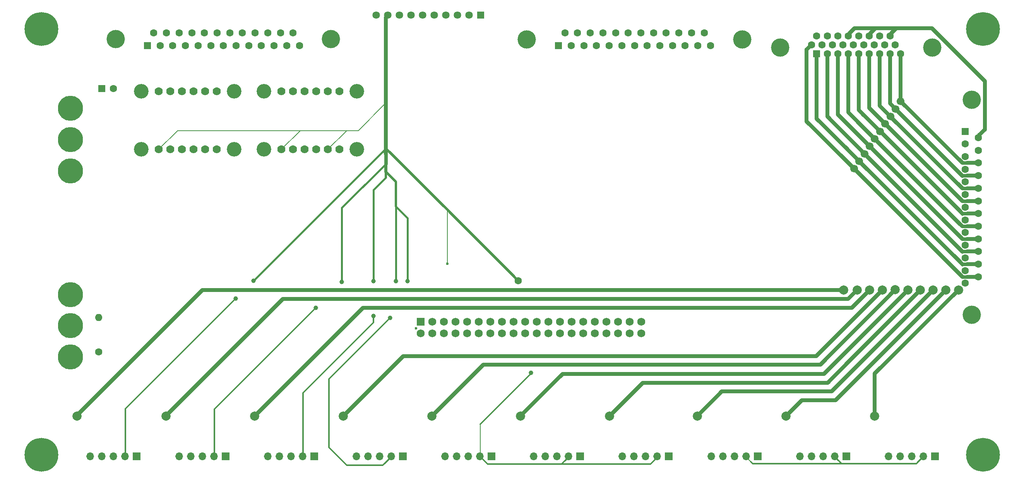
<source format=gbr>
%TF.GenerationSoftware,KiCad,Pcbnew,8.0.7*%
%TF.CreationDate,2025-03-15T22:48:53-07:00*%
%TF.ProjectId,launchController_noTemp,6c61756e-6368-4436-9f6e-74726f6c6c65,rev?*%
%TF.SameCoordinates,Original*%
%TF.FileFunction,Copper,L4,Bot*%
%TF.FilePolarity,Positive*%
%FSLAX46Y46*%
G04 Gerber Fmt 4.6, Leading zero omitted, Abs format (unit mm)*
G04 Created by KiCad (PCBNEW 8.0.7) date 2025-03-15 22:48:53*
%MOMM*%
%LPD*%
G01*
G04 APERTURE LIST*
%TA.AperFunction,ComponentPad*%
%ADD10R,1.700000X1.700000*%
%TD*%
%TA.AperFunction,ComponentPad*%
%ADD11O,1.700000X1.700000*%
%TD*%
%TA.AperFunction,ComponentPad*%
%ADD12C,5.500000*%
%TD*%
%TA.AperFunction,ComponentPad*%
%ADD13C,1.600000*%
%TD*%
%TA.AperFunction,ComponentPad*%
%ADD14O,1.600000X1.600000*%
%TD*%
%TA.AperFunction,ComponentPad*%
%ADD15C,7.400000*%
%TD*%
%TA.AperFunction,ComponentPad*%
%ADD16C,4.000000*%
%TD*%
%TA.AperFunction,ComponentPad*%
%ADD17R,1.600000X1.600000*%
%TD*%
%TA.AperFunction,ComponentPad*%
%ADD18R,1.635000X1.635000*%
%TD*%
%TA.AperFunction,ComponentPad*%
%ADD19C,1.635000*%
%TD*%
%TA.AperFunction,ComponentPad*%
%ADD20C,1.778000*%
%TD*%
%TA.AperFunction,ComponentPad*%
%ADD21C,3.200000*%
%TD*%
%TA.AperFunction,ComponentPad*%
%ADD22R,1.750000X1.750000*%
%TD*%
%TA.AperFunction,ComponentPad*%
%ADD23C,1.750000*%
%TD*%
%TA.AperFunction,ViaPad*%
%ADD24C,0.600000*%
%TD*%
%TA.AperFunction,ViaPad*%
%ADD25C,1.000000*%
%TD*%
%TA.AperFunction,ViaPad*%
%ADD26C,1.600000*%
%TD*%
%TA.AperFunction,ViaPad*%
%ADD27C,2.000000*%
%TD*%
%TA.AperFunction,ViaPad*%
%ADD28C,1.700000*%
%TD*%
%TA.AperFunction,Conductor*%
%ADD29C,0.800000*%
%TD*%
%TA.AperFunction,Conductor*%
%ADD30C,0.300000*%
%TD*%
%TA.AperFunction,Conductor*%
%ADD31C,0.850000*%
%TD*%
%TA.AperFunction,Conductor*%
%ADD32C,0.400000*%
%TD*%
%TA.AperFunction,Conductor*%
%ADD33C,0.500000*%
%TD*%
%TA.AperFunction,Conductor*%
%ADD34C,0.200000*%
%TD*%
%TA.AperFunction,Conductor*%
%ADD35C,0.600000*%
%TD*%
%TA.AperFunction,Conductor*%
%ADD36C,0.700000*%
%TD*%
%TA.AperFunction,Conductor*%
%ADD37C,0.760000*%
%TD*%
G04 APERTURE END LIST*
D10*
%TO.P,J2,1,Pin_1*%
%TO.N,/+24V_switched*%
X143281753Y-182500000D03*
D11*
%TO.P,J2,2,Pin_2*%
%TO.N,/+5V*%
X140741753Y-182500000D03*
%TO.P,J2,3,Pin_3*%
%TO.N,/GPIO 17*%
X138201753Y-182500000D03*
%TO.P,J2,4,Pin_4*%
%TO.N,GND*%
X135661753Y-182500000D03*
%TO.P,J2,5,Pin_5*%
%TO.N,/RelayOut2*%
X133121753Y-182500000D03*
%TD*%
D10*
%TO.P,J8,1,Pin_1*%
%TO.N,/+24V_switched*%
X259692271Y-182500000D03*
D11*
%TO.P,J8,2,Pin_2*%
%TO.N,/+5V*%
X257152271Y-182500000D03*
%TO.P,J8,3,Pin_3*%
%TO.N,/GPIO 5*%
X254612271Y-182500000D03*
%TO.P,J8,4,Pin_4*%
%TO.N,GND*%
X252072271Y-182500000D03*
%TO.P,J8,5,Pin_5*%
%TO.N,/RelayOut8*%
X249532271Y-182500000D03*
%TD*%
D12*
%TO.P,POWER1,1,Pin_1*%
%TO.N,/+24V*%
X109365000Y-106260000D03*
%TO.P,POWER1,2,Pin_2*%
%TO.N,GND*%
X109365000Y-113110000D03*
%TO.P,POWER1,3,Pin_3*%
X109365000Y-119960000D03*
%TD*%
D13*
%TO.P,C15,1*%
%TO.N,/+24V_switched*%
X115540000Y-159610000D03*
D14*
%TO.P,C15,2*%
%TO.N,GND*%
X115540000Y-152110000D03*
%TD*%
D10*
%TO.P,J6,1,Pin_1*%
%TO.N,/+24V_switched*%
X220888765Y-182500000D03*
D11*
%TO.P,J6,2,Pin_2*%
%TO.N,/+5V*%
X218348765Y-182500000D03*
%TO.P,J6,3,Pin_3*%
%TO.N,/GPIO 9*%
X215808765Y-182500000D03*
%TO.P,J6,4,Pin_4*%
%TO.N,GND*%
X213268765Y-182500000D03*
%TO.P,J6,5,Pin_5*%
%TO.N,/RelayOut6*%
X210728765Y-182500000D03*
%TD*%
D15*
%TO.P,H1,1,1*%
%TO.N,GND*%
X308990000Y-88910000D03*
%TD*%
D12*
%TO.P,RELAY_ARM1,1,Pin_1*%
%TO.N,/+24V*%
X109365000Y-147060000D03*
%TO.P,RELAY_ARM1,2,Pin_2*%
%TO.N,GND*%
X109365000Y-153910000D03*
%TO.P,RELAY_ARM1,3,Pin_3*%
%TO.N,/+24V_switched*%
X109365000Y-160760000D03*
%TD*%
D16*
%TO.P,J13,0*%
%TO.N,N/C*%
X297915000Y-92960000D03*
X264615000Y-92960000D03*
D17*
%TO.P,J13,1,Pin_1*%
%TO.N,/guarded_RelayOut9*%
X272640000Y-94380000D03*
D13*
%TO.P,J13,2,Pin_2*%
%TO.N,/guarded_RelayOut8*%
X274930000Y-94380000D03*
%TO.P,J13,3,Pin_3*%
%TO.N,/guarded_RelayOut7*%
X277220000Y-94380000D03*
%TO.P,J13,4,Pin_4*%
%TO.N,/guarded_RelayOut6*%
X279510000Y-94380000D03*
%TO.P,J13,5,Pin_5*%
%TO.N,/guarded_RelayOut5*%
X281800000Y-94380000D03*
%TO.P,J13,6,Pin_6*%
%TO.N,/guarded_RelayOut4*%
X284090000Y-94380000D03*
%TO.P,J13,7,Pin_7*%
%TO.N,/guarded_RelayOut3*%
X286380000Y-94380000D03*
%TO.P,J13,8,Pin_8*%
%TO.N,/guarded_RelayOut2*%
X288670000Y-94380000D03*
%TO.P,J13,9,Pin_9*%
%TO.N,/guarded_RelayOut1*%
X290960000Y-94380000D03*
%TO.P,J13,10,Pin_10*%
%TO.N,/guarded_RelayOut10*%
X271495000Y-92400000D03*
%TO.P,J13,11,Pin_11*%
%TO.N,GND*%
X273785000Y-92400000D03*
%TO.P,J13,12,Pin_12*%
X276075000Y-92400000D03*
%TO.P,J13,13,Pin_13*%
X278365000Y-92400000D03*
%TO.P,J13,14,Pin_14*%
X280655000Y-92400000D03*
%TO.P,J13,15,Pin_15*%
X282945000Y-92400000D03*
%TO.P,J13,16,Pin_16*%
X285235000Y-92400000D03*
%TO.P,J13,17,Pin_17*%
X287525000Y-92400000D03*
%TO.P,J13,18,Pin_18*%
X289815000Y-92400000D03*
%TO.P,J13,19,Pin_19*%
X272640000Y-90420000D03*
%TO.P,J13,20,Pin_20*%
X274930000Y-90420000D03*
%TO.P,J13,21,Pin_21*%
%TO.N,/PressureSwitch_in3*%
X277220000Y-90420000D03*
%TO.P,J13,22,Pin_22*%
%TO.N,/+24V_guarded*%
X279510000Y-90420000D03*
%TO.P,J13,23,Pin_23*%
%TO.N,/PressureSwitch_in2*%
X281800000Y-90420000D03*
%TO.P,J13,24,Pin_24*%
%TO.N,/+24V_guarded*%
X284090000Y-90420000D03*
%TO.P,J13,25,Pin_25*%
%TO.N,/PressureSwitch_in1*%
X286380000Y-90420000D03*
%TO.P,J13,26,Pin_26*%
%TO.N,/+24V_guarded*%
X288670000Y-90420000D03*
%TD*%
D10*
%TO.P,J5,1,Pin_1*%
%TO.N,/+24V_switched*%
X201487012Y-182500000D03*
D11*
%TO.P,J5,2,Pin_2*%
%TO.N,/+5V*%
X198947012Y-182500000D03*
%TO.P,J5,3,Pin_3*%
%TO.N,/GPIO 10*%
X196407012Y-182500000D03*
%TO.P,J5,4,Pin_4*%
%TO.N,GND*%
X193867012Y-182500000D03*
%TO.P,J5,5,Pin_5*%
%TO.N,/RelayOut5*%
X191327012Y-182500000D03*
%TD*%
D16*
%TO.P,J17,0*%
%TO.N,N/C*%
X166385000Y-91170331D03*
X119285000Y-91170331D03*
D17*
%TO.P,J17,1,1*%
%TO.N,GND*%
X126215000Y-92590331D03*
D13*
%TO.P,J17,2,2*%
%TO.N,/A8*%
X128985000Y-92590331D03*
%TO.P,J17,3,3*%
%TO.N,GND*%
X131755000Y-92590331D03*
%TO.P,J17,4,4*%
%TO.N,/A7*%
X134525000Y-92590331D03*
%TO.P,J17,5,5*%
%TO.N,/A6*%
X137295000Y-92590331D03*
%TO.P,J17,6,6*%
%TO.N,GND*%
X140065000Y-92590331D03*
%TO.P,J17,7,7*%
%TO.N,/A5*%
X142835000Y-92590331D03*
%TO.P,J17,8,8*%
%TO.N,/A4*%
X145605000Y-92590331D03*
%TO.P,J17,9,9*%
%TO.N,GND*%
X148375000Y-92590331D03*
%TO.P,J17,10,10*%
%TO.N,/A3*%
X151145000Y-92590331D03*
%TO.P,J17,11,11*%
%TO.N,/A2*%
X153915000Y-92590331D03*
%TO.P,J17,12,12*%
%TO.N,GND*%
X156685000Y-92590331D03*
%TO.P,J17,13,13*%
%TO.N,/A1*%
X159455000Y-92590331D03*
%TO.P,J17,14,P14*%
%TO.N,GND*%
X127600000Y-89750331D03*
%TO.P,J17,15,P15*%
%TO.N,/+5V*%
X130370000Y-89750331D03*
%TO.P,J17,16,P16*%
X133140000Y-89750331D03*
%TO.P,J17,17,P17*%
%TO.N,GND*%
X135910000Y-89750331D03*
%TO.P,J17,18,P18*%
%TO.N,/+5V*%
X138680000Y-89750331D03*
%TO.P,J17,19,P19*%
X141450000Y-89750331D03*
%TO.P,J17,20,P20*%
%TO.N,GND*%
X144220000Y-89750331D03*
%TO.P,J17,21,P21*%
%TO.N,/+5V*%
X146990000Y-89750331D03*
%TO.P,J17,22,P22*%
X149760000Y-89750331D03*
%TO.P,J17,23,P23*%
%TO.N,GND*%
X152530000Y-89750331D03*
%TO.P,J17,24,P24*%
%TO.N,/+5V*%
X155300000Y-89750331D03*
%TO.P,J17,25,P25*%
X158070000Y-89750331D03*
%TD*%
D18*
%TO.P,J12,1,Pin_1*%
%TO.N,GND*%
X199110000Y-85920000D03*
D19*
%TO.P,J12,2,Pin_2*%
X196570000Y-85920000D03*
%TO.P,J12,3,Pin_3*%
X194030000Y-85920000D03*
%TO.P,J12,4,Pin_4*%
X191490000Y-85920000D03*
%TO.P,J12,5,Pin_5*%
X188950000Y-85920000D03*
%TO.P,J12,6,Pin_6*%
X186410000Y-85920000D03*
%TO.P,J12,7,Pin_7*%
X183870000Y-85920000D03*
%TO.P,J12,8,Pin_8*%
X181330000Y-85920000D03*
%TO.P,J12,9,Pin_9*%
%TO.N,/+5V*%
X178790000Y-85920000D03*
%TO.P,J12,10,Pin_10*%
%TO.N,/+24V*%
X176250000Y-85920000D03*
%TD*%
D17*
%TO.P,C1,1*%
%TO.N,/+24V*%
X116257621Y-101960000D03*
D13*
%TO.P,C1,2*%
%TO.N,GND*%
X118757621Y-101960000D03*
%TD*%
D20*
%TO.P,U2,1,Vin*%
%TO.N,/+5V*%
X128693000Y-115247000D03*
%TO.P,U2,2,GND*%
%TO.N,GND*%
X131233000Y-115247000D03*
%TO.P,U2,3,SCL*%
%TO.N,/SCLB*%
X133773000Y-115247000D03*
%TO.P,U2,4,SDA*%
%TO.N,/SDAB*%
X136313000Y-115247000D03*
%TO.P,U2,5,ADDR*%
%TO.N,GND*%
X138853000Y-115247000D03*
%TO.P,U2,6,ALERT/RDY*%
%TO.N,unconnected-(U2-ALERT{slash}RDY-Pad6)*%
X141393000Y-115247000D03*
%TO.P,U2,7,A+*%
%TO.N,unconnected-(U2-A+-Pad7)*%
X128693000Y-102547000D03*
%TO.P,U2,8,AIN3*%
%TO.N,/A8*%
X131233000Y-102547000D03*
%TO.P,U2,9,AIN2*%
%TO.N,/A7*%
X133773000Y-102547000D03*
%TO.P,U2,10,AIN1*%
%TO.N,/A6*%
X136313000Y-102547000D03*
%TO.P,U2,11,AIN0*%
%TO.N,/A5*%
X138853000Y-102547000D03*
%TO.P,U2,12,A-*%
%TO.N,unconnected-(U2-A--Pad12)*%
X141393000Y-102547000D03*
D21*
%TO.P,U2,P$1*%
%TO.N,N/C*%
X124883000Y-102547000D03*
X124883000Y-115247000D03*
X145203000Y-102547000D03*
X145203000Y-115247000D03*
%TD*%
D15*
%TO.P,H4,1,1*%
%TO.N,GND*%
X102990000Y-182110000D03*
%TD*%
%TO.P,H3,1,1*%
%TO.N,GND*%
X102990000Y-88910000D03*
%TD*%
D10*
%TO.P,J9,1,Pin_1*%
%TO.N,/+24V_switched*%
X279094024Y-182500000D03*
D11*
%TO.P,J9,2,Pin_2*%
%TO.N,/+5V*%
X276554024Y-182500000D03*
%TO.P,J9,3,Pin_3*%
%TO.N,/GPIO 6*%
X274014024Y-182500000D03*
%TO.P,J9,4,Pin_4*%
%TO.N,GND*%
X271474024Y-182500000D03*
%TO.P,J9,5,Pin_5*%
%TO.N,/RelayOut9*%
X268934024Y-182500000D03*
%TD*%
D16*
%TO.P,J16,0*%
%TO.N,N/C*%
X256325000Y-91180000D03*
X209225000Y-91180000D03*
D17*
%TO.P,J16,1,1*%
%TO.N,GND*%
X216155000Y-92600000D03*
D13*
%TO.P,J16,2,2*%
X218925000Y-92600000D03*
%TO.P,J16,3,3*%
X221695000Y-92600000D03*
%TO.P,J16,4,4*%
%TO.N,Net-(J16-Pad4)*%
X224465000Y-92600000D03*
%TO.P,J16,5,5*%
%TO.N,Net-(J16-Pad5)*%
X227235000Y-92600000D03*
%TO.P,J16,6,6*%
%TO.N,Net-(J16-Pad6)*%
X230005000Y-92600000D03*
%TO.P,J16,7,7*%
%TO.N,Net-(J16-Pad7)*%
X232775000Y-92600000D03*
%TO.P,J16,8,8*%
%TO.N,Net-(J16-Pad8)*%
X235545000Y-92600000D03*
%TO.P,J16,9,9*%
%TO.N,Net-(J16-Pad9)*%
X238315000Y-92600000D03*
%TO.P,J16,10,10*%
%TO.N,Net-(J16-Pad10)*%
X241085000Y-92600000D03*
%TO.P,J16,11,11*%
%TO.N,Net-(J16-Pad11)*%
X243855000Y-92600000D03*
%TO.P,J16,12,12*%
%TO.N,Net-(J16-Pad12)*%
X246625000Y-92600000D03*
%TO.P,J16,13,13*%
%TO.N,Net-(J16-Pad13)*%
X249395000Y-92600000D03*
%TO.P,J16,14,P14*%
%TO.N,GND*%
X217540000Y-89760000D03*
%TO.P,J16,15,P15*%
X220310000Y-89760000D03*
%TO.P,J16,16,P16*%
X223080000Y-89760000D03*
%TO.P,J16,17,P17*%
X225850000Y-89760000D03*
%TO.P,J16,18,P18*%
X228620000Y-89760000D03*
%TO.P,J16,19,P19*%
X231390000Y-89760000D03*
%TO.P,J16,20,P20*%
X234160000Y-89760000D03*
%TO.P,J16,21,P21*%
X236930000Y-89760000D03*
%TO.P,J16,22,P22*%
X239700000Y-89760000D03*
%TO.P,J16,23,P23*%
X242470000Y-89760000D03*
%TO.P,J16,24,P24*%
X245240000Y-89760000D03*
%TO.P,J16,25,P25*%
X248010000Y-89760000D03*
%TD*%
D20*
%TO.P,U1,1,Vin*%
%TO.N,/+5V*%
X155540000Y-115260000D03*
%TO.P,U1,2,GND*%
%TO.N,GND*%
X158080000Y-115260000D03*
%TO.P,U1,3,SCL*%
%TO.N,/SCLB*%
X160620000Y-115260000D03*
%TO.P,U1,4,SDA*%
%TO.N,/SDAB*%
X163160000Y-115260000D03*
%TO.P,U1,5,ADDR*%
%TO.N,/+5V*%
X165700000Y-115260000D03*
%TO.P,U1,6,ALERT/RDY*%
%TO.N,unconnected-(U1-ALERT{slash}RDY-Pad6)*%
X168240000Y-115260000D03*
%TO.P,U1,7,A+*%
%TO.N,unconnected-(U1-A+-Pad7)*%
X155540000Y-102560000D03*
%TO.P,U1,8,AIN3*%
%TO.N,/A4*%
X158080000Y-102560000D03*
%TO.P,U1,9,AIN2*%
%TO.N,/A3*%
X160620000Y-102560000D03*
%TO.P,U1,10,AIN1*%
%TO.N,/A2*%
X163160000Y-102560000D03*
%TO.P,U1,11,AIN0*%
%TO.N,/A1*%
X165700000Y-102560000D03*
%TO.P,U1,12,A-*%
%TO.N,unconnected-(U1-A--Pad12)*%
X168240000Y-102560000D03*
D21*
%TO.P,U1,P$1*%
%TO.N,N/C*%
X151730000Y-102560000D03*
X151730000Y-115260000D03*
X172050000Y-102560000D03*
X172050000Y-115260000D03*
%TD*%
D10*
%TO.P,J1,1,Pin_1*%
%TO.N,/+24V_switched*%
X123880000Y-182500000D03*
D11*
%TO.P,J1,2,Pin_2*%
%TO.N,/+5V*%
X121340000Y-182500000D03*
%TO.P,J1,3,Pin_3*%
%TO.N,/GPIO 4*%
X118800000Y-182500000D03*
%TO.P,J1,4,Pin_4*%
%TO.N,GND*%
X116260000Y-182500000D03*
%TO.P,J1,5,Pin_5*%
%TO.N,/RelayOut1*%
X113720000Y-182500000D03*
%TD*%
D10*
%TO.P,J10,1,Pin_1*%
%TO.N,/+24V_switched*%
X298495777Y-182500000D03*
D11*
%TO.P,J10,2,Pin_2*%
%TO.N,/+5V*%
X295955777Y-182500000D03*
%TO.P,J10,3,Pin_3*%
%TO.N,/GPIO 13*%
X293415777Y-182500000D03*
%TO.P,J10,4,Pin_4*%
%TO.N,GND*%
X290875777Y-182500000D03*
%TO.P,J10,5,Pin_5*%
%TO.N,/RelayOut10*%
X288335777Y-182500000D03*
%TD*%
D15*
%TO.P,H2,1,1*%
%TO.N,GND*%
X308990000Y-182110000D03*
%TD*%
D16*
%TO.P,J14,0*%
%TO.N,N/C*%
X306529669Y-151505000D03*
X306529669Y-104405000D03*
D17*
%TO.P,J14,1,1*%
%TO.N,GND*%
X305109669Y-111335000D03*
D13*
%TO.P,J14,2,2*%
%TO.N,/PressureSwitch_in1*%
X305109669Y-114105000D03*
%TO.P,J14,3,3*%
%TO.N,/PressureSwitch_in2*%
X305109669Y-116875000D03*
%TO.P,J14,4,4*%
%TO.N,/RelayOut1*%
X305109669Y-119645000D03*
%TO.P,J14,5,5*%
%TO.N,/RelayOut2*%
X305109669Y-122415000D03*
%TO.P,J14,6,6*%
%TO.N,/RelayOut3*%
X305109669Y-125185000D03*
%TO.P,J14,7,7*%
%TO.N,/RelayOut4*%
X305109669Y-127955000D03*
%TO.P,J14,8,8*%
%TO.N,/RelayOut5*%
X305109669Y-130725000D03*
%TO.P,J14,9,9*%
%TO.N,/RelayOut6*%
X305109669Y-133495000D03*
%TO.P,J14,10,10*%
%TO.N,/RelayOut7*%
X305109669Y-136265000D03*
%TO.P,J14,11,11*%
%TO.N,/RelayOut8*%
X305109669Y-139035000D03*
%TO.P,J14,12,12*%
%TO.N,/RelayOut9*%
X305109669Y-141805000D03*
%TO.P,J14,13,13*%
%TO.N,/RelayOut10*%
X305109669Y-144575000D03*
%TO.P,J14,14,P14*%
%TO.N,/+24V_guarded*%
X307949669Y-112720000D03*
%TO.P,J14,15,P15*%
%TO.N,/PressureSwitch_in3*%
X307949669Y-115490000D03*
%TO.P,J14,16,P16*%
%TO.N,/guarded_RelayOut1*%
X307949669Y-118260000D03*
%TO.P,J14,17,P17*%
%TO.N,/guarded_RelayOut2*%
X307949669Y-121030000D03*
%TO.P,J14,18,P18*%
%TO.N,/guarded_RelayOut3*%
X307949669Y-123800000D03*
%TO.P,J14,19,P19*%
%TO.N,/guarded_RelayOut4*%
X307949669Y-126570000D03*
%TO.P,J14,20,P20*%
%TO.N,/guarded_RelayOut5*%
X307949669Y-129340000D03*
%TO.P,J14,21,P21*%
%TO.N,/guarded_RelayOut6*%
X307949669Y-132110000D03*
%TO.P,J14,22,P22*%
%TO.N,/guarded_RelayOut7*%
X307949669Y-134880000D03*
%TO.P,J14,23,P23*%
%TO.N,/guarded_RelayOut8*%
X307949669Y-137650000D03*
%TO.P,J14,24,P24*%
%TO.N,/guarded_RelayOut9*%
X307949669Y-140420000D03*
%TO.P,J14,25,P25*%
%TO.N,/guarded_RelayOut10*%
X307949669Y-143190000D03*
%TD*%
D10*
%TO.P,J4,1,Pin_1*%
%TO.N,/+24V_switched*%
X182085259Y-182500000D03*
D11*
%TO.P,J4,2,Pin_2*%
%TO.N,/+5V*%
X179545259Y-182500000D03*
%TO.P,J4,3,Pin_3*%
%TO.N,/GPIO 22*%
X177005259Y-182500000D03*
%TO.P,J4,4,Pin_4*%
%TO.N,GND*%
X174465259Y-182500000D03*
%TO.P,J4,5,Pin_5*%
%TO.N,/RelayOut4*%
X171925259Y-182500000D03*
%TD*%
D10*
%TO.P,J7,1,Pin_1*%
%TO.N,/+24V_switched*%
X240290518Y-182500000D03*
D11*
%TO.P,J7,2,Pin_2*%
%TO.N,/+5V*%
X237750518Y-182500000D03*
%TO.P,J7,3,Pin_3*%
%TO.N,/GPIO 11*%
X235210518Y-182500000D03*
%TO.P,J7,4,Pin_4*%
%TO.N,GND*%
X232670518Y-182500000D03*
%TO.P,J7,5,Pin_5*%
%TO.N,/RelayOut7*%
X230130518Y-182500000D03*
%TD*%
D22*
%TO.P,J11,1,3V3*%
%TO.N,/+3.3V*%
X186010000Y-152990000D03*
D23*
%TO.P,J11,2,5V*%
%TO.N,/+5V*%
X186010000Y-155530000D03*
%TO.P,J11,3,SDA_I2C1/GPIO02*%
%TO.N,/SDAA*%
X188550000Y-152990000D03*
%TO.P,J11,4,5V*%
%TO.N,/+5V*%
X188550000Y-155530000D03*
%TO.P,J11,5,SCL_I2C1/GPIO03*%
%TO.N,/SCLA*%
X191090000Y-152990000D03*
%TO.P,J11,6,GND*%
%TO.N,GND*%
X191090000Y-155530000D03*
%TO.P,J11,7,GPCLK0/GPIO04*%
%TO.N,/GPIO 4*%
X193630000Y-152990000D03*
%TO.P,J11,8,GPIO14/UART_TXD*%
%TO.N,unconnected-(J11-GPIO14{slash}UART_TXD-Pad8)*%
X193630000Y-155530000D03*
%TO.P,J11,9,GND*%
%TO.N,GND*%
X196170000Y-152990000D03*
%TO.P,J11,10,GPIO15/UART_RXD*%
%TO.N,unconnected-(J11-GPIO15{slash}UART_RXD-Pad10)*%
X196170000Y-155530000D03*
%TO.P,J11,11,GPIO17/SPI1_~{CE1}*%
%TO.N,/GPIO 17*%
X198710000Y-152990000D03*
%TO.P,J11,12,GPIO18/SPI1_~{CE0}/PCM_CLK/PWM0*%
%TO.N,unconnected-(J11-GPIO18{slash}SPI1_~{CE0}{slash}PCM_CLK{slash}PWM0-Pad12)*%
X198710000Y-155530000D03*
%TO.P,J11,13,GPIO27/SDIO_DAT3*%
%TO.N,/GPIO 27*%
X201250000Y-152990000D03*
%TO.P,J11,14,GND*%
%TO.N,GND*%
X201250000Y-155530000D03*
%TO.P,J11,15,GPIO22/SDIO_CLK*%
%TO.N,/GPIO 22*%
X203790000Y-152990000D03*
%TO.P,J11,16,GPIO23/SDIO_CMD*%
%TO.N,unconnected-(J11-GPIO23{slash}SDIO_CMD-Pad16)*%
X203790000Y-155530000D03*
%TO.P,J11,17,3V3*%
%TO.N,/+3.3V*%
X206330000Y-152990000D03*
%TO.P,J11,18,GPIO24/SDIO_DAT0*%
%TO.N,unconnected-(J11-GPIO24{slash}SDIO_DAT0-Pad18)*%
X206330000Y-155530000D03*
%TO.P,J11,19,MOSI_SPI0/GPIO10*%
%TO.N,/GPIO 10*%
X208870000Y-152990000D03*
%TO.P,J11,20,GND*%
%TO.N,GND*%
X208870000Y-155530000D03*
%TO.P,J11,21,MISO_SPI0/GPIO09*%
%TO.N,/GPIO 9*%
X211410000Y-152990000D03*
%TO.P,J11,22,GPIO25/SDIO_DAT1*%
%TO.N,unconnected-(J11-GPIO25{slash}SDIO_DAT1-Pad22)*%
X211410000Y-155530000D03*
%TO.P,J11,23,SCLK_SPI0/GPIO11*%
%TO.N,/GPIO 11*%
X213950000Y-152990000D03*
%TO.P,J11,24,~{CE0}_SPI0/GPIO08*%
%TO.N,unconnected-(J11-~{CE0}_SPI0{slash}GPIO08-Pad24)*%
X213950000Y-155530000D03*
%TO.P,J11,25,GND*%
%TO.N,GND*%
X216490000Y-152990000D03*
%TO.P,J11,26,~{CE1}_SPI0/GPIO07*%
%TO.N,unconnected-(J11-~{CE1}_SPI0{slash}GPIO07-Pad26)*%
X216490000Y-155530000D03*
%TO.P,J11,27,ID_SD_I2C0/GPIO00*%
%TO.N,unconnected-(J11-ID_SD_I2C0{slash}GPIO00-Pad27)*%
X219030000Y-152990000D03*
%TO.P,J11,28,ID_SC_I2C0/GPIO01*%
%TO.N,unconnected-(J11-ID_SC_I2C0{slash}GPIO01-Pad28)*%
X219030000Y-155530000D03*
%TO.P,J11,29,GPCLK1/GPIO05*%
%TO.N,/GPIO 5*%
X221570000Y-152990000D03*
%TO.P,J11,30,GND*%
%TO.N,GND*%
X221570000Y-155530000D03*
%TO.P,J11,31,GPCLK2/GPIO06*%
%TO.N,/GPIO 6*%
X224110000Y-152990000D03*
%TO.P,J11,32,GPIO12/PWM0*%
%TO.N,unconnected-(J11-GPIO12{slash}PWM0-Pad32)*%
X224110000Y-155530000D03*
%TO.P,J11,33,GPIO13/PWM1*%
%TO.N,/GPIO 13*%
X226650000Y-152990000D03*
%TO.P,J11,34,GND*%
%TO.N,GND*%
X226650000Y-155530000D03*
%TO.P,J11,35,GPIO19/SPI1_MISO/PCM_FS*%
%TO.N,unconnected-(J11-GPIO19{slash}SPI1_MISO{slash}PCM_FS-Pad35)*%
X229190000Y-152990000D03*
%TO.P,J11,36,GPIO16/SPI1_~{CE2}*%
%TO.N,unconnected-(J11-GPIO16{slash}SPI1_~{CE2}-Pad36)*%
X229190000Y-155530000D03*
%TO.P,J11,37,GPIO26/SDIO_DAT2*%
%TO.N,unconnected-(J11-GPIO26{slash}SDIO_DAT2-Pad37)*%
X231730000Y-152990000D03*
%TO.P,J11,38,GPIO20/SPI1_MOSI/PCM_DIN/PWM1*%
%TO.N,unconnected-(J11-GPIO20{slash}SPI1_MOSI{slash}PCM_DIN{slash}PWM1-Pad38)*%
X231730000Y-155530000D03*
%TO.P,J11,39,GND*%
%TO.N,GND*%
X234270000Y-152990000D03*
%TO.P,J11,40,GPIO21/SPI1_SCLK/PCM_DOUT*%
%TO.N,unconnected-(J11-GPIO21{slash}SPI1_SCLK{slash}PCM_DOUT-Pad40)*%
X234270000Y-155530000D03*
%TD*%
D10*
%TO.P,J3,1,Pin_1*%
%TO.N,/+24V_switched*%
X162683506Y-182500000D03*
D11*
%TO.P,J3,2,Pin_2*%
%TO.N,/+5V*%
X160143506Y-182500000D03*
%TO.P,J3,3,Pin_3*%
%TO.N,/GPIO 27*%
X157603506Y-182500000D03*
%TO.P,J3,4,Pin_4*%
%TO.N,GND*%
X155063506Y-182500000D03*
%TO.P,J3,5,Pin_5*%
%TO.N,/RelayOut3*%
X152523506Y-182500000D03*
%TD*%
D24*
%TO.N,GND*%
X184940000Y-154460000D03*
D25*
%TO.N,/+5V*%
X180540000Y-144160000D03*
X179324000Y-152146000D03*
X149440000Y-144060000D03*
X183140000Y-144160000D03*
X145540000Y-147960000D03*
X175640000Y-144160000D03*
D24*
X191850500Y-140288500D03*
D25*
X175640000Y-151760000D03*
X210140000Y-164170000D03*
X163040000Y-149960000D03*
D26*
X207340000Y-144060000D03*
D25*
X168740000Y-144260000D03*
D27*
%TO.N,/RelayOut1*%
X278540000Y-146060000D03*
X110806464Y-173660000D03*
%TO.N,/RelayOut2*%
X130290000Y-173660000D03*
X281452335Y-146072335D03*
%TO.N,/RelayOut3*%
X284237335Y-146057334D03*
X149630458Y-173660000D03*
%TO.N,/RelayOut4*%
X287022335Y-146042334D03*
X169042455Y-173660000D03*
%TO.N,/RelayOut5*%
X188454452Y-173660000D03*
X289807335Y-146027335D03*
%TO.N,/RelayOut6*%
X292542335Y-146062335D03*
X207866449Y-173660000D03*
%TO.N,/RelayOut7*%
X227278446Y-173660000D03*
X295268222Y-146097335D03*
%TO.N,/RelayOut8*%
X246499967Y-173660000D03*
X298056259Y-146082335D03*
%TO.N,/RelayOut9*%
X300844296Y-146067335D03*
X265911964Y-173660000D03*
%TO.N,/RelayOut10*%
X303632334Y-146052334D03*
X285323961Y-173660000D03*
D28*
%TO.N,/guarded_RelayOut8*%
X283064707Y-116235293D03*
%TO.N,/guarded_RelayOut9*%
X281929707Y-117870293D03*
%TO.N,/guarded_RelayOut4*%
X287604707Y-109695293D03*
%TO.N,/guarded_RelayOut1*%
X291009707Y-104790293D03*
%TO.N,/guarded_RelayOut10*%
X280794707Y-119505293D03*
%TO.N,/guarded_RelayOut3*%
X288739707Y-108060293D03*
%TO.N,/guarded_RelayOut2*%
X289874707Y-106425293D03*
%TO.N,/guarded_RelayOut7*%
X284199707Y-114600293D03*
%TO.N,/guarded_RelayOut6*%
X285334707Y-112965293D03*
%TO.N,/guarded_RelayOut5*%
X286469707Y-111330293D03*
%TD*%
D29*
%TO.N,/+5V*%
X178340000Y-118460000D02*
X178340000Y-116260000D01*
D30*
X295923224Y-182550000D02*
X294413224Y-184060000D01*
D31*
X178340000Y-86370000D02*
X178790000Y-85920000D01*
D32*
X180540000Y-127760000D02*
X183140000Y-130360000D01*
X175640000Y-124160000D02*
X178340000Y-121460000D01*
D30*
X217300000Y-183700000D02*
X216840000Y-184160000D01*
D33*
X178340000Y-121460000D02*
X178340000Y-120160000D01*
D30*
X217315712Y-183700000D02*
X218465712Y-182550000D01*
X140817724Y-172182276D02*
X163040000Y-149960000D01*
D34*
X191850500Y-131144500D02*
X191850500Y-128570500D01*
D30*
X165940000Y-180560000D02*
X169840000Y-184460000D01*
D34*
X145540000Y-147960000D02*
X145440000Y-148060000D01*
X132780000Y-111160000D02*
X159840000Y-111160000D01*
X172340000Y-111160000D02*
X178140000Y-105360000D01*
D30*
X140817724Y-182550000D02*
X140817724Y-172182276D01*
D32*
X177190000Y-116310000D02*
X177990000Y-115510000D01*
D35*
X178340000Y-115060000D02*
X191533000Y-128253000D01*
D30*
X191850500Y-128570500D02*
X191533000Y-128253000D01*
X210140000Y-164360000D02*
X210140000Y-164170000D01*
D35*
X191533000Y-128253000D02*
X207340000Y-144060000D01*
D34*
X159640000Y-111160000D02*
X159840000Y-111160000D01*
D32*
X168740000Y-128060000D02*
X178340000Y-118460000D01*
X149440000Y-144060000D02*
X177190000Y-116310000D01*
X183140000Y-130360000D02*
X183140000Y-144160000D01*
D34*
X175540000Y-153260000D02*
X175640000Y-153160000D01*
D30*
X217315712Y-183700000D02*
X217300000Y-183700000D01*
D34*
X128693000Y-115247000D02*
X132780000Y-111160000D01*
D30*
X175640000Y-153160000D02*
X175640000Y-151660000D01*
X278021227Y-184060000D02*
X277661227Y-183700000D01*
X179324000Y-152146000D02*
X165940000Y-165530000D01*
D34*
X169800000Y-111160000D02*
X171340000Y-111160000D01*
D35*
X178340000Y-116260000D02*
X178340000Y-115860000D01*
D30*
X277661227Y-183700000D02*
X276511227Y-182550000D01*
D36*
X178340000Y-120160000D02*
X178340000Y-118460000D01*
D33*
X178340000Y-120160000D02*
X180540000Y-122360000D01*
D30*
X169840000Y-184460000D02*
X177731718Y-184460000D01*
D34*
X191850500Y-131144500D02*
X191850500Y-140288500D01*
D30*
X258609230Y-184060000D02*
X278140000Y-184060000D01*
D31*
X178340000Y-116260000D02*
X178340000Y-86370000D01*
D30*
X199053715Y-182550000D02*
X200663715Y-184160000D01*
X236267709Y-184160000D02*
X237877709Y-182550000D01*
D32*
X175640000Y-144160000D02*
X175640000Y-124160000D01*
D34*
X159840000Y-111160000D02*
X171340000Y-111160000D01*
D33*
X180540000Y-122360000D02*
X180540000Y-127760000D01*
D34*
X155540000Y-115260000D02*
X159640000Y-111160000D01*
D30*
X258249230Y-183700000D02*
X258609230Y-184060000D01*
X199053715Y-175446285D02*
X210140000Y-164360000D01*
X278140000Y-184060000D02*
X278021227Y-184060000D01*
X121405727Y-182550000D02*
X121405727Y-172094273D01*
D34*
X171340000Y-111160000D02*
X172340000Y-111160000D01*
D30*
X165940000Y-165530000D02*
X165940000Y-180560000D01*
D34*
X165700000Y-115260000D02*
X169800000Y-111160000D01*
X178140000Y-115360000D02*
X177990000Y-115510000D01*
X175640000Y-151660000D02*
X175640000Y-151760000D01*
X258249230Y-183700000D02*
X257099230Y-182550000D01*
D30*
X216840000Y-184160000D02*
X236267709Y-184160000D01*
X200663715Y-184160000D02*
X216840000Y-184160000D01*
X177731718Y-184460000D02*
X179641718Y-182550000D01*
X294413224Y-184060000D02*
X278140000Y-184060000D01*
D34*
X199053715Y-182550000D02*
X199053715Y-175446285D01*
D32*
X180540000Y-144160000D02*
X180540000Y-127760000D01*
X177190000Y-116310000D02*
X178140000Y-115360000D01*
X168740000Y-144260000D02*
X168740000Y-128060000D01*
D30*
X121405727Y-172094273D02*
X145540000Y-147960000D01*
X160229721Y-182550000D02*
X160229721Y-168570279D01*
X160229721Y-168570279D02*
X175540000Y-153260000D01*
D31*
%TO.N,/RelayOut1*%
X138240000Y-146060000D02*
X278540000Y-146060000D01*
X138240000Y-146060000D02*
X110806464Y-173493536D01*
X110806464Y-173493536D02*
X110806464Y-173660000D01*
%TO.N,/RelayOut2*%
X279464669Y-148060000D02*
X281452334Y-146072335D01*
X155840000Y-148060000D02*
X130290000Y-173610000D01*
X130290000Y-173610000D02*
X130290000Y-173660000D01*
X155840000Y-148060000D02*
X279464669Y-148060000D01*
%TO.N,/RelayOut3*%
X280340000Y-149954669D02*
X173335789Y-149954669D01*
X173335789Y-149954669D02*
X149630458Y-173660000D01*
X284237334Y-146057335D02*
X280340000Y-149954669D01*
%TO.N,/RelayOut4*%
X183640000Y-160560000D02*
X272504669Y-160560000D01*
X169042455Y-173660000D02*
X182142455Y-160560000D01*
X272504669Y-160560000D02*
X287022335Y-146042334D01*
X182142455Y-160560000D02*
X183640000Y-160560000D01*
%TO.N,/RelayOut5*%
X188454894Y-173660000D02*
X199687559Y-162427335D01*
X199687559Y-162427335D02*
X202640000Y-162427335D01*
X188454452Y-173660000D02*
X188454894Y-173660000D01*
X273407335Y-162427335D02*
X289807335Y-146027335D01*
X202640000Y-162427335D02*
X273407335Y-162427335D01*
%TO.N,/RelayOut6*%
X274192335Y-164412335D02*
X292542335Y-146062335D01*
X217087665Y-164412335D02*
X274192335Y-164412335D01*
X207866449Y-173660000D02*
X207866449Y-173633551D01*
X207866449Y-173633551D02*
X217087665Y-164412335D01*
%TO.N,/RelayOut7*%
X279314669Y-162085331D02*
X279314669Y-162060000D01*
X227278446Y-173660000D02*
X227279011Y-173660000D01*
X234579011Y-166360000D02*
X236240000Y-166360000D01*
X275040000Y-166360000D02*
X279314669Y-162085331D01*
X227279011Y-173660000D02*
X234579011Y-166360000D01*
X279314669Y-162060000D02*
X295277335Y-146097335D01*
X236240000Y-166360000D02*
X275040000Y-166360000D01*
%TO.N,/RelayOut8*%
X251886259Y-168272484D02*
X252940000Y-168272484D01*
X246499967Y-173660000D02*
X246499967Y-173658776D01*
X246499967Y-173658776D02*
X251886259Y-168272484D01*
X275872185Y-168272484D02*
X252940000Y-168272484D01*
X298062335Y-146082335D02*
X275872185Y-168272484D01*
%TO.N,/RelayOut9*%
X276736187Y-170178482D02*
X300847335Y-146067335D01*
X269393482Y-170178482D02*
X270540000Y-170178482D01*
X265911964Y-173660000D02*
X269393482Y-170178482D01*
X270540000Y-170178482D02*
X276736187Y-170178482D01*
%TO.N,/RelayOut10*%
X285323961Y-173660000D02*
X285323961Y-164360708D01*
X285323961Y-164360708D02*
X303632334Y-146052335D01*
%TO.N,/guarded_RelayOut8*%
X274930000Y-108100586D02*
X283114707Y-116285293D01*
X274930000Y-94380000D02*
X274930000Y-108100586D01*
X283114707Y-116285293D02*
X303114707Y-136285293D01*
D37*
X305547020Y-137648144D02*
X304486434Y-137648144D01*
D31*
X307956689Y-137648144D02*
X305547020Y-137648144D01*
X303114707Y-136285293D02*
X304519414Y-137690000D01*
%TO.N,/guarded_RelayOut9*%
X303979707Y-139920293D02*
X304519414Y-140460000D01*
X272640000Y-108580586D02*
X279179707Y-115120293D01*
D37*
X305540000Y-140420000D02*
X304479414Y-140420000D01*
D34*
X304479414Y-140420000D02*
X303979707Y-139920293D01*
D31*
X272640000Y-94380000D02*
X272640000Y-108580586D01*
X282029707Y-117970293D02*
X303979707Y-139920293D01*
X279179707Y-115120293D02*
X282029707Y-117970293D01*
X307949669Y-140420000D02*
X305540000Y-140420000D01*
%TO.N,/guarded_RelayOut4*%
X287754707Y-109845293D02*
X303904707Y-125995293D01*
X284090000Y-94380000D02*
X284090000Y-106180586D01*
X284090000Y-106180586D02*
X287754707Y-109845293D01*
X303904707Y-125995293D02*
X304519414Y-126610000D01*
D37*
X305549625Y-126569640D02*
X304489039Y-126569640D01*
D31*
X307959294Y-126569640D02*
X305549625Y-126569640D01*
D36*
X304479414Y-126570000D02*
X303904707Y-125995293D01*
D31*
%TO.N,/guarded_RelayOut1*%
X290960000Y-104740586D02*
X291009707Y-104790293D01*
D37*
X305535165Y-118260000D02*
X304474579Y-118260000D01*
D31*
X290960000Y-99380000D02*
X290960000Y-104740586D01*
X290960000Y-94380000D02*
X290960000Y-99380000D01*
X307944834Y-118260000D02*
X305535165Y-118260000D01*
X291009707Y-104790293D02*
X304479414Y-118260000D01*
%TO.N,/guarded_RelayOut10*%
X280794707Y-119505293D02*
X304519414Y-143230000D01*
D37*
X305503645Y-143192148D02*
X304443059Y-143192148D01*
D31*
X270440000Y-93455000D02*
X270440000Y-109150586D01*
X307913314Y-143192148D02*
X305503645Y-143192148D01*
X270440000Y-109150586D02*
X278244707Y-116955293D01*
X271495000Y-92400000D02*
X270440000Y-93455000D01*
X278244707Y-116955293D02*
X280794707Y-119505293D01*
%TO.N,/guarded_RelayOut3*%
X286380000Y-94380000D02*
X286380000Y-103760000D01*
X286380000Y-105700586D02*
X288889707Y-108210293D01*
X288889707Y-108210293D02*
X304519414Y-123840000D01*
X307968285Y-123799497D02*
X305558616Y-123799497D01*
X286380000Y-103760000D02*
X286380000Y-105700586D01*
D37*
X305558616Y-123799497D02*
X304498030Y-123799497D01*
D31*
%TO.N,/guarded_RelayOut2*%
X289974707Y-106525293D02*
X303774707Y-120325293D01*
D37*
X305574106Y-121029386D02*
X304513520Y-121029386D01*
D31*
X303774707Y-120325293D02*
X304519414Y-121070000D01*
X288670000Y-101860000D02*
X288670000Y-105220586D01*
X288670000Y-94380000D02*
X288670000Y-98690000D01*
X288670000Y-98690000D02*
X288670000Y-101860000D01*
X307983775Y-121029386D02*
X305574106Y-121029386D01*
D34*
X304479414Y-121030000D02*
X303774707Y-120325293D01*
D31*
X288670000Y-105220586D02*
X289974707Y-106525293D01*
%TO.N,/guarded_RelayOut7*%
X277220000Y-94380000D02*
X277220000Y-107620586D01*
X303999707Y-134400293D02*
X304519414Y-134920000D01*
X277220000Y-107620586D02*
X284299707Y-114700293D01*
X307933980Y-134882559D02*
X305524311Y-134882559D01*
D37*
X305524311Y-134882559D02*
X304463725Y-134882559D01*
D31*
X284299707Y-114700293D02*
X303999707Y-134400293D01*
%TO.N,/+24V_guarded*%
X309440000Y-110919669D02*
X309440000Y-100350000D01*
X284340000Y-89860000D02*
X285440000Y-88760000D01*
X280860000Y-88760000D02*
X279760000Y-89860000D01*
X309440000Y-100350000D02*
X297850000Y-88760000D01*
X308199669Y-112160000D02*
X309440000Y-110919669D01*
X288920000Y-89860000D02*
X290020000Y-88760000D01*
X297850000Y-88760000D02*
X280860000Y-88760000D01*
%TO.N,/guarded_RelayOut6*%
X279510000Y-94380000D02*
X279510000Y-107140586D01*
D37*
X305549401Y-132110133D02*
X304488815Y-132110133D01*
D31*
X304034707Y-131665293D02*
X304519414Y-132150000D01*
X279510000Y-107140586D02*
X281784707Y-109415293D01*
D36*
X304479414Y-132110000D02*
X304034707Y-131665293D01*
D31*
X285484707Y-113115293D02*
X304034707Y-131665293D01*
X307959070Y-132110133D02*
X305549401Y-132110133D01*
X281784707Y-109415293D02*
X285484707Y-113115293D01*
%TO.N,/guarded_RelayOut5*%
X304069707Y-128930293D02*
X304519414Y-129380000D01*
X282669707Y-107530293D02*
X286619707Y-111480293D01*
X281800000Y-106660586D02*
X282669707Y-107530293D01*
X281800000Y-94380000D02*
X281800000Y-106660586D01*
X286619707Y-111480293D02*
X304069707Y-128930293D01*
D37*
X305584638Y-129344030D02*
X304524052Y-129344030D01*
D31*
X307994307Y-129344030D02*
X305584638Y-129344030D01*
%TD*%
M02*

</source>
